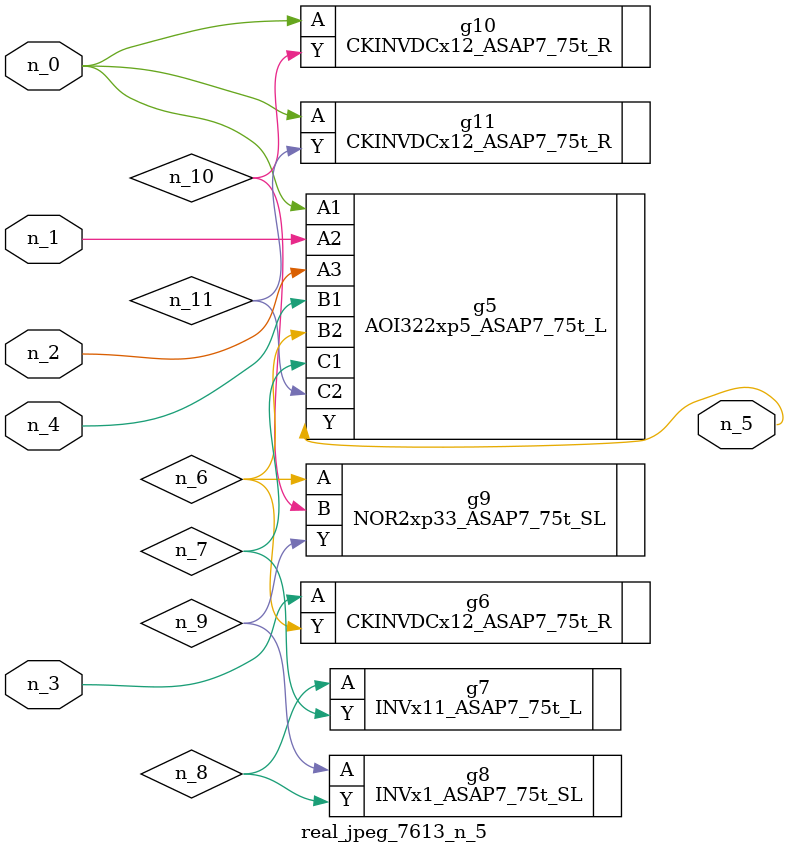
<source format=v>
module real_jpeg_7613_n_5 (n_4, n_0, n_1, n_2, n_3, n_5);

input n_4;
input n_0;
input n_1;
input n_2;
input n_3;

output n_5;

wire n_8;
wire n_11;
wire n_6;
wire n_7;
wire n_10;
wire n_9;

AOI322xp5_ASAP7_75t_L g5 ( 
.A1(n_0),
.A2(n_1),
.A3(n_2),
.B1(n_4),
.B2(n_6),
.C1(n_7),
.C2(n_11),
.Y(n_5)
);

CKINVDCx12_ASAP7_75t_R g10 ( 
.A(n_0),
.Y(n_10)
);

CKINVDCx12_ASAP7_75t_R g11 ( 
.A(n_0),
.Y(n_11)
);

CKINVDCx12_ASAP7_75t_R g6 ( 
.A(n_3),
.Y(n_6)
);

NOR2xp33_ASAP7_75t_SL g9 ( 
.A(n_6),
.B(n_10),
.Y(n_9)
);

INVx11_ASAP7_75t_L g7 ( 
.A(n_8),
.Y(n_7)
);

INVx1_ASAP7_75t_SL g8 ( 
.A(n_9),
.Y(n_8)
);


endmodule
</source>
